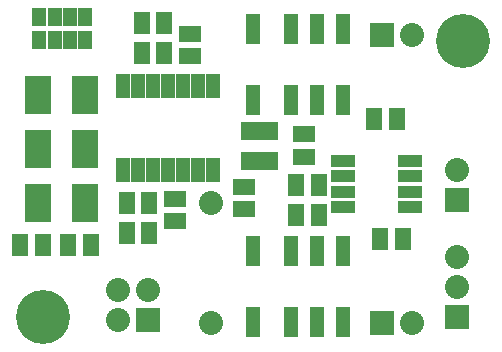
<source format=gts>
G04 (created by PCBNEW (2013-04-19 BZR 4011)-stable) date 7/15/2013 11:46:01 PM*
%MOIN*%
G04 Gerber Fmt 3.4, Leading zero omitted, Abs format*
%FSLAX34Y34*%
G01*
G70*
G90*
G04 APERTURE LIST*
%ADD10C,0.000787402*%
%ADD11R,0.055X0.075*%
%ADD12R,0.0909X0.1263*%
%ADD13C,0.08*%
%ADD14C,0.18*%
%ADD15R,0.08X0.08*%
%ADD16R,0.075X0.055*%
%ADD17R,0.0455906X0.0593701*%
%ADD18R,0.0476X0.0594*%
%ADD19R,0.0475591X0.0987402*%
%ADD20R,0.0475591X0.0810236*%
%ADD21R,0.0810236X0.043622*%
G04 APERTURE END LIST*
G54D10*
G54D11*
X46775Y-44800D03*
X46025Y-44800D03*
X47625Y-44800D03*
X48375Y-44800D03*
G54D12*
X48187Y-39800D03*
X46613Y-39800D03*
X48187Y-41600D03*
X46613Y-41600D03*
X48187Y-43400D03*
X46613Y-43400D03*
G54D13*
X52400Y-47400D03*
X52400Y-43400D03*
G54D14*
X46800Y-47200D03*
X60800Y-38000D03*
G54D15*
X50300Y-47300D03*
G54D13*
X49300Y-47300D03*
X50300Y-46300D03*
X49300Y-46300D03*
G54D15*
X58100Y-47400D03*
G54D13*
X59100Y-47400D03*
G54D15*
X58100Y-37800D03*
G54D13*
X59100Y-37800D03*
G54D15*
X60600Y-43300D03*
G54D13*
X60600Y-42300D03*
G54D15*
X60600Y-47200D03*
G54D13*
X60600Y-46200D03*
X60600Y-45200D03*
G54D11*
X50825Y-37400D03*
X50075Y-37400D03*
X50825Y-38400D03*
X50075Y-38400D03*
G54D16*
X51700Y-37775D03*
X51700Y-38525D03*
G54D11*
X49575Y-44400D03*
X50325Y-44400D03*
X49575Y-43400D03*
X50325Y-43400D03*
G54D16*
X51200Y-43275D03*
X51200Y-44025D03*
X53500Y-42875D03*
X53500Y-43625D03*
X55500Y-41125D03*
X55500Y-41875D03*
G54D17*
X48200Y-37206D03*
X47688Y-37206D03*
X47176Y-37206D03*
X46664Y-37206D03*
X46664Y-37993D03*
X47176Y-37993D03*
X47688Y-37993D03*
X48200Y-37993D03*
G54D18*
X53625Y-41000D03*
X54000Y-41000D03*
X54375Y-41000D03*
X54375Y-42000D03*
X54000Y-42000D03*
X53625Y-42000D03*
G54D19*
X53800Y-47381D03*
X55059Y-47381D03*
X55925Y-47381D03*
X56792Y-47381D03*
X56792Y-45018D03*
X55925Y-45018D03*
X55059Y-45018D03*
X53800Y-45018D03*
X53800Y-39981D03*
X55059Y-39981D03*
X55925Y-39981D03*
X56792Y-39981D03*
X56792Y-37618D03*
X55925Y-37618D03*
X55059Y-37618D03*
X53800Y-37618D03*
G54D20*
X49450Y-42297D03*
X49950Y-42297D03*
X50450Y-42297D03*
X50950Y-42297D03*
X51450Y-42297D03*
X51950Y-42297D03*
X52450Y-42297D03*
X52450Y-39502D03*
X51950Y-39502D03*
X50950Y-39502D03*
X50450Y-39502D03*
X49950Y-39502D03*
X49450Y-39502D03*
X51450Y-39502D03*
G54D11*
X55225Y-43800D03*
X55975Y-43800D03*
X55225Y-42800D03*
X55975Y-42800D03*
X57825Y-40600D03*
X58575Y-40600D03*
X58025Y-44600D03*
X58775Y-44600D03*
G54D21*
X56800Y-42000D03*
X56800Y-42519D03*
X56800Y-43039D03*
X56800Y-43559D03*
X59004Y-43559D03*
X59004Y-43039D03*
X59004Y-42519D03*
X59004Y-42000D03*
M02*

</source>
